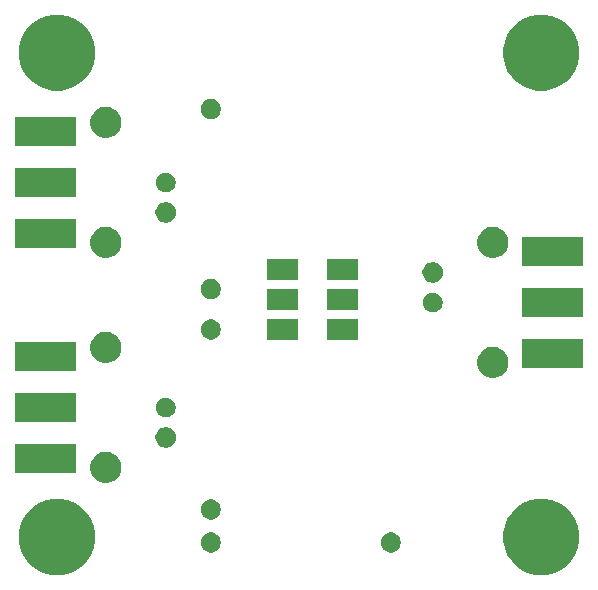
<source format=gts>
G04 #@! TF.GenerationSoftware,KiCad,Pcbnew,(5.1.5)-3*
G04 #@! TF.CreationDate,2021-08-15T08:32:46-04:00*
G04 #@! TF.ProjectId,ADE1-MIXER,41444531-2d4d-4495-9845-522e6b696361,rev?*
G04 #@! TF.SameCoordinates,Original*
G04 #@! TF.FileFunction,Soldermask,Top*
G04 #@! TF.FilePolarity,Negative*
%FSLAX46Y46*%
G04 Gerber Fmt 4.6, Leading zero omitted, Abs format (unit mm)*
G04 Created by KiCad (PCBNEW (5.1.5)-3) date 2021-08-15 08:32:46*
%MOMM*%
%LPD*%
G04 APERTURE LIST*
%ADD10C,0.150000*%
G04 APERTURE END LIST*
D10*
G36*
X45940932Y-41898166D02*
G01*
X46527990Y-42141333D01*
X47056329Y-42494358D01*
X47505642Y-42943671D01*
X47858667Y-43472010D01*
X48101834Y-44059068D01*
X48225800Y-44682286D01*
X48225800Y-45317714D01*
X48101834Y-45940932D01*
X47858667Y-46527990D01*
X47505642Y-47056329D01*
X47056329Y-47505642D01*
X46527990Y-47858667D01*
X45940932Y-48101834D01*
X45317714Y-48225800D01*
X44682286Y-48225800D01*
X44059068Y-48101834D01*
X43472010Y-47858667D01*
X42943671Y-47505642D01*
X42494358Y-47056329D01*
X42141333Y-46527990D01*
X41898166Y-45940932D01*
X41774200Y-45317714D01*
X41774200Y-44682286D01*
X41898166Y-44059068D01*
X42141333Y-43472010D01*
X42494358Y-42943671D01*
X42943671Y-42494358D01*
X43472010Y-42141333D01*
X44059068Y-41898166D01*
X44682286Y-41774200D01*
X45317714Y-41774200D01*
X45940932Y-41898166D01*
G37*
G36*
X4940932Y-41898166D02*
G01*
X5527990Y-42141333D01*
X6056329Y-42494358D01*
X6505642Y-42943671D01*
X6858667Y-43472010D01*
X7101834Y-44059068D01*
X7225800Y-44682286D01*
X7225800Y-45317714D01*
X7101834Y-45940932D01*
X6858667Y-46527990D01*
X6505642Y-47056329D01*
X6056329Y-47505642D01*
X5527990Y-47858667D01*
X4940932Y-48101834D01*
X4317714Y-48225800D01*
X3682286Y-48225800D01*
X3059068Y-48101834D01*
X2472010Y-47858667D01*
X1943671Y-47505642D01*
X1494358Y-47056329D01*
X1141333Y-46527990D01*
X898166Y-45940932D01*
X774200Y-45317714D01*
X774200Y-44682286D01*
X898166Y-44059068D01*
X1141333Y-43472010D01*
X1494358Y-42943671D01*
X1943671Y-42494358D01*
X2472010Y-42141333D01*
X3059068Y-41898166D01*
X3682286Y-41774200D01*
X4317714Y-41774200D01*
X4940932Y-41898166D01*
G37*
G36*
X32506169Y-44647895D02*
G01*
X32661005Y-44712031D01*
X32800354Y-44805140D01*
X32918860Y-44923646D01*
X33011969Y-45062995D01*
X33076105Y-45217831D01*
X33108800Y-45382203D01*
X33108800Y-45549797D01*
X33076105Y-45714169D01*
X33011969Y-45869005D01*
X32918860Y-46008354D01*
X32800354Y-46126860D01*
X32661005Y-46219969D01*
X32506169Y-46284105D01*
X32341797Y-46316800D01*
X32174203Y-46316800D01*
X32009831Y-46284105D01*
X31854995Y-46219969D01*
X31715646Y-46126860D01*
X31597140Y-46008354D01*
X31504031Y-45869005D01*
X31439895Y-45714169D01*
X31407200Y-45549797D01*
X31407200Y-45382203D01*
X31439895Y-45217831D01*
X31504031Y-45062995D01*
X31597140Y-44923646D01*
X31715646Y-44805140D01*
X31854995Y-44712031D01*
X32009831Y-44647895D01*
X32174203Y-44615200D01*
X32341797Y-44615200D01*
X32506169Y-44647895D01*
G37*
G36*
X17266169Y-44647895D02*
G01*
X17421005Y-44712031D01*
X17560354Y-44805140D01*
X17678860Y-44923646D01*
X17771969Y-45062995D01*
X17836105Y-45217831D01*
X17868800Y-45382203D01*
X17868800Y-45549797D01*
X17836105Y-45714169D01*
X17771969Y-45869005D01*
X17678860Y-46008354D01*
X17560354Y-46126860D01*
X17421005Y-46219969D01*
X17266169Y-46284105D01*
X17101797Y-46316800D01*
X16934203Y-46316800D01*
X16769831Y-46284105D01*
X16614995Y-46219969D01*
X16475646Y-46126860D01*
X16357140Y-46008354D01*
X16264031Y-45869005D01*
X16199895Y-45714169D01*
X16167200Y-45549797D01*
X16167200Y-45382203D01*
X16199895Y-45217831D01*
X16264031Y-45062995D01*
X16357140Y-44923646D01*
X16475646Y-44805140D01*
X16614995Y-44712031D01*
X16769831Y-44647895D01*
X16934203Y-44615200D01*
X17101797Y-44615200D01*
X17266169Y-44647895D01*
G37*
G36*
X17266169Y-41853895D02*
G01*
X17421005Y-41918031D01*
X17560354Y-42011140D01*
X17678860Y-42129646D01*
X17771969Y-42268995D01*
X17836105Y-42423831D01*
X17868800Y-42588203D01*
X17868800Y-42755797D01*
X17836105Y-42920169D01*
X17771969Y-43075005D01*
X17678860Y-43214354D01*
X17560354Y-43332860D01*
X17421005Y-43425969D01*
X17266169Y-43490105D01*
X17101797Y-43522800D01*
X16934203Y-43522800D01*
X16769831Y-43490105D01*
X16614995Y-43425969D01*
X16475646Y-43332860D01*
X16357140Y-43214354D01*
X16264031Y-43075005D01*
X16199895Y-42920169D01*
X16167200Y-42755797D01*
X16167200Y-42588203D01*
X16199895Y-42423831D01*
X16264031Y-42268995D01*
X16357140Y-42129646D01*
X16475646Y-42011140D01*
X16614995Y-41918031D01*
X16769831Y-41853895D01*
X16934203Y-41821200D01*
X17101797Y-41821200D01*
X17266169Y-41853895D01*
G37*
G36*
X8513264Y-37845957D02*
G01*
X8753634Y-37945521D01*
X8969963Y-38090068D01*
X9153932Y-38274037D01*
X9298479Y-38490366D01*
X9398043Y-38730736D01*
X9448800Y-38985912D01*
X9448800Y-39246088D01*
X9398043Y-39501264D01*
X9298479Y-39741634D01*
X9153932Y-39957963D01*
X8969963Y-40141932D01*
X8753634Y-40286479D01*
X8513264Y-40386043D01*
X8258088Y-40436800D01*
X7997912Y-40436800D01*
X7742736Y-40386043D01*
X7502366Y-40286479D01*
X7286037Y-40141932D01*
X7102068Y-39957963D01*
X6957521Y-39741634D01*
X6857957Y-39501264D01*
X6807200Y-39246088D01*
X6807200Y-38985912D01*
X6857957Y-38730736D01*
X6957521Y-38490366D01*
X7102068Y-38274037D01*
X7286037Y-38090068D01*
X7502366Y-37945521D01*
X7742736Y-37845957D01*
X7997912Y-37795200D01*
X8258088Y-37795200D01*
X8513264Y-37845957D01*
G37*
G36*
X5638800Y-39611300D02*
G01*
X457200Y-39611300D01*
X457200Y-37096700D01*
X5638800Y-37096700D01*
X5638800Y-39611300D01*
G37*
G36*
X13463608Y-35733376D02*
G01*
X13623084Y-35799432D01*
X13766610Y-35895334D01*
X13888666Y-36017390D01*
X13984568Y-36160916D01*
X14050624Y-36320392D01*
X14084300Y-36489692D01*
X14084300Y-36662308D01*
X14050624Y-36831608D01*
X13984568Y-36991084D01*
X13888666Y-37134610D01*
X13766610Y-37256666D01*
X13623084Y-37352568D01*
X13463608Y-37418624D01*
X13294308Y-37452300D01*
X13121692Y-37452300D01*
X12952392Y-37418624D01*
X12792916Y-37352568D01*
X12649390Y-37256666D01*
X12527334Y-37134610D01*
X12431432Y-36991084D01*
X12365376Y-36831608D01*
X12331700Y-36662308D01*
X12331700Y-36489692D01*
X12365376Y-36320392D01*
X12431432Y-36160916D01*
X12527334Y-36017390D01*
X12649390Y-35895334D01*
X12792916Y-35799432D01*
X12952392Y-35733376D01*
X13121692Y-35699700D01*
X13294308Y-35699700D01*
X13463608Y-35733376D01*
G37*
G36*
X5638800Y-35229800D02*
G01*
X457200Y-35229800D01*
X457200Y-32842200D01*
X5638800Y-32842200D01*
X5638800Y-35229800D01*
G37*
G36*
X13452494Y-33230011D02*
G01*
X13605037Y-33293197D01*
X13742322Y-33384927D01*
X13859073Y-33501678D01*
X13950803Y-33638963D01*
X14013989Y-33791506D01*
X14046200Y-33953444D01*
X14046200Y-34118556D01*
X14013989Y-34280494D01*
X13950803Y-34433037D01*
X13859073Y-34570322D01*
X13742322Y-34687073D01*
X13605037Y-34778803D01*
X13452494Y-34841989D01*
X13290556Y-34874200D01*
X13125444Y-34874200D01*
X12963506Y-34841989D01*
X12810963Y-34778803D01*
X12673678Y-34687073D01*
X12556927Y-34570322D01*
X12465197Y-34433037D01*
X12402011Y-34280494D01*
X12369800Y-34118556D01*
X12369800Y-33953444D01*
X12402011Y-33791506D01*
X12465197Y-33638963D01*
X12556927Y-33501678D01*
X12673678Y-33384927D01*
X12810963Y-33293197D01*
X12963506Y-33230011D01*
X13125444Y-33197800D01*
X13290556Y-33197800D01*
X13452494Y-33230011D01*
G37*
G36*
X41279264Y-28955957D02*
G01*
X41519634Y-29055521D01*
X41735963Y-29200068D01*
X41919932Y-29384037D01*
X42064479Y-29600366D01*
X42164043Y-29840736D01*
X42214800Y-30095912D01*
X42214800Y-30356088D01*
X42164043Y-30611264D01*
X42064479Y-30851634D01*
X41919932Y-31067963D01*
X41735963Y-31251932D01*
X41519634Y-31396479D01*
X41279264Y-31496043D01*
X41024088Y-31546800D01*
X40763912Y-31546800D01*
X40508736Y-31496043D01*
X40268366Y-31396479D01*
X40052037Y-31251932D01*
X39868068Y-31067963D01*
X39723521Y-30851634D01*
X39623957Y-30611264D01*
X39573200Y-30356088D01*
X39573200Y-30095912D01*
X39623957Y-29840736D01*
X39723521Y-29600366D01*
X39868068Y-29384037D01*
X40052037Y-29200068D01*
X40268366Y-29055521D01*
X40508736Y-28955957D01*
X40763912Y-28905200D01*
X41024088Y-28905200D01*
X41279264Y-28955957D01*
G37*
G36*
X5638800Y-30975300D02*
G01*
X457200Y-30975300D01*
X457200Y-28460700D01*
X5638800Y-28460700D01*
X5638800Y-30975300D01*
G37*
G36*
X48564800Y-30721300D02*
G01*
X43383200Y-30721300D01*
X43383200Y-28206700D01*
X48564800Y-28206700D01*
X48564800Y-30721300D01*
G37*
G36*
X8513264Y-27685957D02*
G01*
X8753634Y-27785521D01*
X8969963Y-27930068D01*
X9153932Y-28114037D01*
X9298479Y-28330366D01*
X9398043Y-28570736D01*
X9448800Y-28825912D01*
X9448800Y-29086088D01*
X9398043Y-29341264D01*
X9298479Y-29581634D01*
X9153932Y-29797963D01*
X8969963Y-29981932D01*
X8753634Y-30126479D01*
X8513264Y-30226043D01*
X8258088Y-30276800D01*
X7997912Y-30276800D01*
X7742736Y-30226043D01*
X7502366Y-30126479D01*
X7286037Y-29981932D01*
X7102068Y-29797963D01*
X6957521Y-29581634D01*
X6857957Y-29341264D01*
X6807200Y-29086088D01*
X6807200Y-28825912D01*
X6857957Y-28570736D01*
X6957521Y-28330366D01*
X7102068Y-28114037D01*
X7286037Y-27930068D01*
X7502366Y-27785521D01*
X7742736Y-27685957D01*
X7997912Y-27635200D01*
X8258088Y-27635200D01*
X8513264Y-27685957D01*
G37*
G36*
X29514800Y-28307800D02*
G01*
X26873200Y-28307800D01*
X26873200Y-26556200D01*
X29514800Y-26556200D01*
X29514800Y-28307800D01*
G37*
G36*
X24434800Y-28307800D02*
G01*
X21793200Y-28307800D01*
X21793200Y-26556200D01*
X24434800Y-26556200D01*
X24434800Y-28307800D01*
G37*
G36*
X17266169Y-26613895D02*
G01*
X17421005Y-26678031D01*
X17560354Y-26771140D01*
X17678860Y-26889646D01*
X17771969Y-27028995D01*
X17836105Y-27183831D01*
X17868800Y-27348203D01*
X17868800Y-27515797D01*
X17836105Y-27680169D01*
X17771969Y-27835005D01*
X17678860Y-27974354D01*
X17560354Y-28092860D01*
X17421005Y-28185969D01*
X17266169Y-28250105D01*
X17101797Y-28282800D01*
X16934203Y-28282800D01*
X16769831Y-28250105D01*
X16614995Y-28185969D01*
X16475646Y-28092860D01*
X16357140Y-27974354D01*
X16264031Y-27835005D01*
X16199895Y-27680169D01*
X16167200Y-27515797D01*
X16167200Y-27348203D01*
X16199895Y-27183831D01*
X16264031Y-27028995D01*
X16357140Y-26889646D01*
X16475646Y-26771140D01*
X16614995Y-26678031D01*
X16769831Y-26613895D01*
X16934203Y-26581200D01*
X17101797Y-26581200D01*
X17266169Y-26613895D01*
G37*
G36*
X48564800Y-26339800D02*
G01*
X43383200Y-26339800D01*
X43383200Y-23952200D01*
X48564800Y-23952200D01*
X48564800Y-26339800D01*
G37*
G36*
X36058494Y-24340011D02*
G01*
X36211037Y-24403197D01*
X36348322Y-24494927D01*
X36465073Y-24611678D01*
X36556803Y-24748963D01*
X36619989Y-24901506D01*
X36652200Y-25063444D01*
X36652200Y-25228556D01*
X36619989Y-25390494D01*
X36556803Y-25543037D01*
X36465073Y-25680322D01*
X36348322Y-25797073D01*
X36211037Y-25888803D01*
X36058494Y-25951989D01*
X35896556Y-25984200D01*
X35731444Y-25984200D01*
X35569506Y-25951989D01*
X35416963Y-25888803D01*
X35279678Y-25797073D01*
X35162927Y-25680322D01*
X35071197Y-25543037D01*
X35008011Y-25390494D01*
X34975800Y-25228556D01*
X34975800Y-25063444D01*
X35008011Y-24901506D01*
X35071197Y-24748963D01*
X35162927Y-24611678D01*
X35279678Y-24494927D01*
X35416963Y-24403197D01*
X35569506Y-24340011D01*
X35731444Y-24307800D01*
X35896556Y-24307800D01*
X36058494Y-24340011D01*
G37*
G36*
X24434800Y-25767800D02*
G01*
X21793200Y-25767800D01*
X21793200Y-24016200D01*
X24434800Y-24016200D01*
X24434800Y-25767800D01*
G37*
G36*
X29514800Y-25767800D02*
G01*
X26873200Y-25767800D01*
X26873200Y-24016200D01*
X29514800Y-24016200D01*
X29514800Y-25767800D01*
G37*
G36*
X17266169Y-23181895D02*
G01*
X17421005Y-23246031D01*
X17560354Y-23339140D01*
X17678860Y-23457646D01*
X17771969Y-23596995D01*
X17836105Y-23751831D01*
X17868800Y-23916203D01*
X17868800Y-24083797D01*
X17836105Y-24248169D01*
X17771969Y-24403005D01*
X17678860Y-24542354D01*
X17560354Y-24660860D01*
X17421005Y-24753969D01*
X17266169Y-24818105D01*
X17101797Y-24850800D01*
X16934203Y-24850800D01*
X16769831Y-24818105D01*
X16614995Y-24753969D01*
X16475646Y-24660860D01*
X16357140Y-24542354D01*
X16264031Y-24403005D01*
X16199895Y-24248169D01*
X16167200Y-24083797D01*
X16167200Y-23916203D01*
X16199895Y-23751831D01*
X16264031Y-23596995D01*
X16357140Y-23457646D01*
X16475646Y-23339140D01*
X16614995Y-23246031D01*
X16769831Y-23181895D01*
X16934203Y-23149200D01*
X17101797Y-23149200D01*
X17266169Y-23181895D01*
G37*
G36*
X36069608Y-21763376D02*
G01*
X36229084Y-21829432D01*
X36372610Y-21925334D01*
X36494666Y-22047390D01*
X36590568Y-22190916D01*
X36656624Y-22350392D01*
X36690300Y-22519692D01*
X36690300Y-22692308D01*
X36656624Y-22861608D01*
X36590568Y-23021084D01*
X36494666Y-23164610D01*
X36372610Y-23286666D01*
X36229084Y-23382568D01*
X36069608Y-23448624D01*
X35900308Y-23482300D01*
X35727692Y-23482300D01*
X35558392Y-23448624D01*
X35398916Y-23382568D01*
X35255390Y-23286666D01*
X35133334Y-23164610D01*
X35037432Y-23021084D01*
X34971376Y-22861608D01*
X34937700Y-22692308D01*
X34937700Y-22519692D01*
X34971376Y-22350392D01*
X35037432Y-22190916D01*
X35133334Y-22047390D01*
X35255390Y-21925334D01*
X35398916Y-21829432D01*
X35558392Y-21763376D01*
X35727692Y-21729700D01*
X35900308Y-21729700D01*
X36069608Y-21763376D01*
G37*
G36*
X29514800Y-23227800D02*
G01*
X26873200Y-23227800D01*
X26873200Y-21476200D01*
X29514800Y-21476200D01*
X29514800Y-23227800D01*
G37*
G36*
X24434800Y-23227800D02*
G01*
X21793200Y-23227800D01*
X21793200Y-21476200D01*
X24434800Y-21476200D01*
X24434800Y-23227800D01*
G37*
G36*
X48564800Y-22085300D02*
G01*
X43383200Y-22085300D01*
X43383200Y-19570700D01*
X48564800Y-19570700D01*
X48564800Y-22085300D01*
G37*
G36*
X41279264Y-18795957D02*
G01*
X41519634Y-18895521D01*
X41735963Y-19040068D01*
X41919932Y-19224037D01*
X42064479Y-19440366D01*
X42164043Y-19680736D01*
X42214800Y-19935912D01*
X42214800Y-20196088D01*
X42164043Y-20451264D01*
X42064479Y-20691634D01*
X41919932Y-20907963D01*
X41735963Y-21091932D01*
X41519634Y-21236479D01*
X41279264Y-21336043D01*
X41024088Y-21386800D01*
X40763912Y-21386800D01*
X40508736Y-21336043D01*
X40268366Y-21236479D01*
X40052037Y-21091932D01*
X39868068Y-20907963D01*
X39723521Y-20691634D01*
X39623957Y-20451264D01*
X39573200Y-20196088D01*
X39573200Y-19935912D01*
X39623957Y-19680736D01*
X39723521Y-19440366D01*
X39868068Y-19224037D01*
X40052037Y-19040068D01*
X40268366Y-18895521D01*
X40508736Y-18795957D01*
X40763912Y-18745200D01*
X41024088Y-18745200D01*
X41279264Y-18795957D01*
G37*
G36*
X8513264Y-18795957D02*
G01*
X8753634Y-18895521D01*
X8969963Y-19040068D01*
X9153932Y-19224037D01*
X9298479Y-19440366D01*
X9398043Y-19680736D01*
X9448800Y-19935912D01*
X9448800Y-20196088D01*
X9398043Y-20451264D01*
X9298479Y-20691634D01*
X9153932Y-20907963D01*
X8969963Y-21091932D01*
X8753634Y-21236479D01*
X8513264Y-21336043D01*
X8258088Y-21386800D01*
X7997912Y-21386800D01*
X7742736Y-21336043D01*
X7502366Y-21236479D01*
X7286037Y-21091932D01*
X7102068Y-20907963D01*
X6957521Y-20691634D01*
X6857957Y-20451264D01*
X6807200Y-20196088D01*
X6807200Y-19935912D01*
X6857957Y-19680736D01*
X6957521Y-19440366D01*
X7102068Y-19224037D01*
X7286037Y-19040068D01*
X7502366Y-18895521D01*
X7742736Y-18795957D01*
X7997912Y-18745200D01*
X8258088Y-18745200D01*
X8513264Y-18795957D01*
G37*
G36*
X5638800Y-20561300D02*
G01*
X457200Y-20561300D01*
X457200Y-18046700D01*
X5638800Y-18046700D01*
X5638800Y-20561300D01*
G37*
G36*
X13463608Y-16683376D02*
G01*
X13623084Y-16749432D01*
X13766610Y-16845334D01*
X13888666Y-16967390D01*
X13984568Y-17110916D01*
X14050624Y-17270392D01*
X14084300Y-17439692D01*
X14084300Y-17612308D01*
X14050624Y-17781608D01*
X13984568Y-17941084D01*
X13888666Y-18084610D01*
X13766610Y-18206666D01*
X13623084Y-18302568D01*
X13463608Y-18368624D01*
X13294308Y-18402300D01*
X13121692Y-18402300D01*
X12952392Y-18368624D01*
X12792916Y-18302568D01*
X12649390Y-18206666D01*
X12527334Y-18084610D01*
X12431432Y-17941084D01*
X12365376Y-17781608D01*
X12331700Y-17612308D01*
X12331700Y-17439692D01*
X12365376Y-17270392D01*
X12431432Y-17110916D01*
X12527334Y-16967390D01*
X12649390Y-16845334D01*
X12792916Y-16749432D01*
X12952392Y-16683376D01*
X13121692Y-16649700D01*
X13294308Y-16649700D01*
X13463608Y-16683376D01*
G37*
G36*
X5638800Y-16179800D02*
G01*
X457200Y-16179800D01*
X457200Y-13792200D01*
X5638800Y-13792200D01*
X5638800Y-16179800D01*
G37*
G36*
X13452494Y-14180011D02*
G01*
X13605037Y-14243197D01*
X13742322Y-14334927D01*
X13859073Y-14451678D01*
X13950803Y-14588963D01*
X14013989Y-14741506D01*
X14046200Y-14903444D01*
X14046200Y-15068556D01*
X14013989Y-15230494D01*
X13950803Y-15383037D01*
X13859073Y-15520322D01*
X13742322Y-15637073D01*
X13605037Y-15728803D01*
X13452494Y-15791989D01*
X13290556Y-15824200D01*
X13125444Y-15824200D01*
X12963506Y-15791989D01*
X12810963Y-15728803D01*
X12673678Y-15637073D01*
X12556927Y-15520322D01*
X12465197Y-15383037D01*
X12402011Y-15230494D01*
X12369800Y-15068556D01*
X12369800Y-14903444D01*
X12402011Y-14741506D01*
X12465197Y-14588963D01*
X12556927Y-14451678D01*
X12673678Y-14334927D01*
X12810963Y-14243197D01*
X12963506Y-14180011D01*
X13125444Y-14147800D01*
X13290556Y-14147800D01*
X13452494Y-14180011D01*
G37*
G36*
X5638800Y-11925300D02*
G01*
X457200Y-11925300D01*
X457200Y-9410700D01*
X5638800Y-9410700D01*
X5638800Y-11925300D01*
G37*
G36*
X8513264Y-8635957D02*
G01*
X8753634Y-8735521D01*
X8969963Y-8880068D01*
X9153932Y-9064037D01*
X9298479Y-9280366D01*
X9398043Y-9520736D01*
X9448800Y-9775912D01*
X9448800Y-10036088D01*
X9398043Y-10291264D01*
X9298479Y-10531634D01*
X9153932Y-10747963D01*
X8969963Y-10931932D01*
X8753634Y-11076479D01*
X8513264Y-11176043D01*
X8258088Y-11226800D01*
X7997912Y-11226800D01*
X7742736Y-11176043D01*
X7502366Y-11076479D01*
X7286037Y-10931932D01*
X7102068Y-10747963D01*
X6957521Y-10531634D01*
X6857957Y-10291264D01*
X6807200Y-10036088D01*
X6807200Y-9775912D01*
X6857957Y-9520736D01*
X6957521Y-9280366D01*
X7102068Y-9064037D01*
X7286037Y-8880068D01*
X7502366Y-8735521D01*
X7742736Y-8635957D01*
X7997912Y-8585200D01*
X8258088Y-8585200D01*
X8513264Y-8635957D01*
G37*
G36*
X17266169Y-7941895D02*
G01*
X17421005Y-8006031D01*
X17560354Y-8099140D01*
X17678860Y-8217646D01*
X17771969Y-8356995D01*
X17836105Y-8511831D01*
X17868800Y-8676203D01*
X17868800Y-8843797D01*
X17836105Y-9008169D01*
X17771969Y-9163005D01*
X17678860Y-9302354D01*
X17560354Y-9420860D01*
X17421005Y-9513969D01*
X17266169Y-9578105D01*
X17101797Y-9610800D01*
X16934203Y-9610800D01*
X16769831Y-9578105D01*
X16614995Y-9513969D01*
X16475646Y-9420860D01*
X16357140Y-9302354D01*
X16264031Y-9163005D01*
X16199895Y-9008169D01*
X16167200Y-8843797D01*
X16167200Y-8676203D01*
X16199895Y-8511831D01*
X16264031Y-8356995D01*
X16357140Y-8217646D01*
X16475646Y-8099140D01*
X16614995Y-8006031D01*
X16769831Y-7941895D01*
X16934203Y-7909200D01*
X17101797Y-7909200D01*
X17266169Y-7941895D01*
G37*
G36*
X4940932Y-898166D02*
G01*
X5527990Y-1141333D01*
X6056329Y-1494358D01*
X6505642Y-1943671D01*
X6858667Y-2472010D01*
X7101834Y-3059068D01*
X7225800Y-3682286D01*
X7225800Y-4317714D01*
X7101834Y-4940932D01*
X6858667Y-5527990D01*
X6505642Y-6056329D01*
X6056329Y-6505642D01*
X5527990Y-6858667D01*
X4940932Y-7101834D01*
X4317714Y-7225800D01*
X3682286Y-7225800D01*
X3059068Y-7101834D01*
X2472010Y-6858667D01*
X1943671Y-6505642D01*
X1494358Y-6056329D01*
X1141333Y-5527990D01*
X898166Y-4940932D01*
X774200Y-4317714D01*
X774200Y-3682286D01*
X898166Y-3059068D01*
X1141333Y-2472010D01*
X1494358Y-1943671D01*
X1943671Y-1494358D01*
X2472010Y-1141333D01*
X3059068Y-898166D01*
X3682286Y-774200D01*
X4317714Y-774200D01*
X4940932Y-898166D01*
G37*
G36*
X45940932Y-898166D02*
G01*
X46527990Y-1141333D01*
X47056329Y-1494358D01*
X47505642Y-1943671D01*
X47858667Y-2472010D01*
X48101834Y-3059068D01*
X48225800Y-3682286D01*
X48225800Y-4317714D01*
X48101834Y-4940932D01*
X47858667Y-5527990D01*
X47505642Y-6056329D01*
X47056329Y-6505642D01*
X46527990Y-6858667D01*
X45940932Y-7101834D01*
X45317714Y-7225800D01*
X44682286Y-7225800D01*
X44059068Y-7101834D01*
X43472010Y-6858667D01*
X42943671Y-6505642D01*
X42494358Y-6056329D01*
X42141333Y-5527990D01*
X41898166Y-4940932D01*
X41774200Y-4317714D01*
X41774200Y-3682286D01*
X41898166Y-3059068D01*
X42141333Y-2472010D01*
X42494358Y-1943671D01*
X42943671Y-1494358D01*
X43472010Y-1141333D01*
X44059068Y-898166D01*
X44682286Y-774200D01*
X45317714Y-774200D01*
X45940932Y-898166D01*
G37*
M02*

</source>
